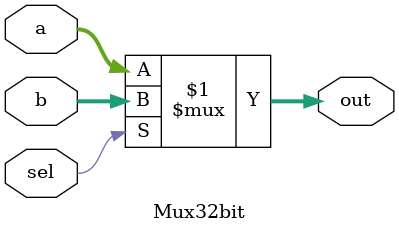
<source format=v>
`timescale 1ns / 1ps


module Control(
    input [6:0] opcode,
    output reg branch,
    output reg memRead,
    output reg memToReg,
    output reg [1:0] ALUop,
    output reg memWrite,
    output reg ALUsrc,
    output reg regWrite,
    output reg jump,
    output reg jumpReturn

);
    always @(*) begin
        case (opcode)
            // R-type
            7'b0110011: begin
                branch <= 1'b0;
                memRead <= 1'b0;
                memToReg <= 1'b0;
                ALUop <= 2'b10;
                memWrite <= 1'b0;
                ALUsrc <= 1'b0;
                regWrite <= 1'b1;
                jump <= 1'b0;
                jumpReturn <= 1'b0;
            end
            // I-type
            // lw
            7'b0000011: begin
                branch <= 1'b0;
                memRead <= 1'b1;
                memToReg <= 1'b1;
                ALUop <= 2'b00;
                memWrite <= 1'b0;
                ALUsrc <= 1'b1;
                regWrite <= 1'b1;
                jump <= 1'b0;
                jumpReturn <= 1'b0;
            end
            // addi, andi, slli, srli
            7'b0010011: begin
                branch <= 1'b0;
                memRead <= 1'b0;
                memToReg <= 1'b0;
                ALUop <= 2'b00;
                memWrite <= 1'b0;
                ALUsrc <= 1'b1;
                regWrite <= 1'b1;
                jump <= 1'b0;
                jumpReturn <= 1'b0;
            end
            // jalr
            7'b1100111: begin
                branch <= 1'b0;
                memRead <= 1'b0;
                memToReg <= 1'b0;
                ALUop <= 2'b00;
                memWrite <= 1'b0;
                ALUsrc <= 1'b1;
                regWrite <= 1'b1;
                jump <= 1'b0;
                jumpReturn <= 1'b1;
            end
            // S-type
            7'b0100011: begin
                branch <= 1'b0;
                memRead <= 1'b0;
                memToReg <= 1'b0;
                ALUop <= 2'b00;
                memWrite <= 1'b1;
                ALUsrc <= 1'b1;
                regWrite <= 1'b0;
                jump <= 1'b0;
                jumpReturn <= 1'b0;
            end
            // B-type
            7'b1100011: begin
                branch <= 1'b1;
                memRead <= 1'b0;
                memToReg <= 1'b0;
                ALUop <= 2'b01;
                memWrite <= 1'b0;
                ALUsrc <= 1'b0;
                regWrite <= 1'b0;
                jump <= 1'b0;
                jumpReturn <= 1'b0;
            end
            // J-type
            7'b1101111: begin
                branch <= 1'b0;
                memRead <= 1'b0;
                memToReg <= 1'b0;
                ALUop <= 2'b11;
                memWrite <= 1'b0;
                ALUsrc <= 1'b0;
                regWrite <= 1'b1;
                jump <= 1'b1;
                jumpReturn <= 1'b0;
            end
            default: begin
                branch <= 1'b0;
                memRead <= 1'b0;
                memToReg <= 1'b0;
                ALUop <= 2'b00;
                memWrite <= 1'b0;
                ALUsrc <= 1'b0;
                regWrite <= 1'b0;
                jump <= 1'b0;
                jumpReturn <= 1'b0;
            end
        endcase // opcode
    end
endmodule : Control

module ALUcontrol (
    input [3:0] instruction,
    input [1:0] ALUop,
    output reg [3:0] ALUctrl,
    output reg bne,
    output reg asByte,
    output reg asUnsigned
    
);
    always @(*) begin
        case (ALUop)
            2'b00: begin
                // andi
                if (instruction[2:0] == 3'b111) begin
                    ALUctrl <= 4'b0000;
                    bne <= 1'b0;
                    asByte <= 1'b0;
                    asUnsigned <= 1'b0;
                end
                // slli
                else if (instruction[2:0] == 3'b001) begin
                    ALUctrl <= 4'b0011;
                    bne <= 1'b0;
                    asByte <= 1'b0;
                    asUnsigned <= 1'b0;
                end
                // srli
                else if (instruction[2:0] == 3'b101) begin
                    ALUctrl <= 4'b0111;
                    bne <= 1'b0;
                    asByte <= 1'b0;
                    asUnsigned <= 1'b0;
                end
                // lb, sb
                else if (instruction[2:0] == 3'b000) begin
                    ALUctrl <= 4'b0010;
                    bne <= 1'b0;
                    asByte <= 1'b1;
                    asUnsigned <= 1'b0;
                end
                // lbu
                else if (instruction[2:0] == 3'b100) begin
                    ALUctrl <= 4'b0010;
                    bne <= 1'b0;
                    asByte <= 1'b1;
                    asUnsigned <= 1'b1;
                end
                // lw, sw, addi, jalr
                else begin
                    ALUctrl <= 4'b0010;
                    bne <= 1'b0;
                    asByte <= 1'b0;
                    asUnsigned <= 1'b0;
                end
            end
            2'b01: begin
                if (instruction[2:0] == 3'b000) begin
                    ALUctrl <= 4'b0110;
                    bne <= 1'b0;
                    asByte <= 1'b0;
                    asUnsigned <= 1'b0;
                end
                else if (instruction[2:0] == 3'b001) begin
                    ALUctrl <= 4'b0110;
                    bne <= 1'b1;
                    asByte <= 1'b0;
                    asUnsigned <= 1'b0;
                end
                else begin
                    ALUctrl <= 4'b0000;
                    bne <= 1'b0;
                    asByte <= 1'b0;
                    asUnsigned <= 1'b0;
                end
            end
            2'b10: begin
                // add
                if (instruction[2:0] == 3'b000 && instruction[3] == 1'b0) begin
                    ALUctrl <= 4'b0010;
                    bne <= 1'b0;
                    asByte <= 1'b0;
                    asUnsigned <= 1'b0;
                end
                // sub
                else if (instruction[2:0] == 3'b000 && instruction[3] == 1'b1) begin
                    ALUctrl <= 4'b0110;
                    bne <= 1'b0;
                    asByte <= 1'b0;
                    asUnsigned <= 1'b0;
                end
                // and
                else if (instruction[2:0] == 3'b111) begin
                    ALUctrl <= 4'b0000;
                    bne <= 1'b0;
                    asByte <= 1'b0;
                    asUnsigned <= 1'b0;
                end
                // or
                else if (instruction[2:0] == 3'b110) begin
                    ALUctrl <= 4'b0001;
                    bne <= 1'b0;
                    asByte <= 1'b0;
                    asUnsigned <= 1'b0;
                end
                // sll
                else if (instruction[2:0] == 3'b001) begin
                    ALUctrl <= 4'b0011;
                    bne <= 1'b0;
                    asByte <= 1'b0;
                    asUnsigned <= 1'b0;
                end
                // srl
                else if (instruction[2:0] == 3'b101 && instruction[3] == 1'b0) begin
                    ALUctrl <= 4'b0111;
                    bne <= 1'b0;
                    asByte <= 1'b0;
                    asUnsigned <= 1'b0;
                end
                // sra
                else if (instruction[2:0] == 3'b101 && instruction[3] == 1'b1) begin
                    ALUctrl <= 4'b1000;
                    bne <= 1'b0;
                    asByte <= 1'b0;
                    asUnsigned <= 1'b0;
                end
                else begin
                    ALUctrl <= 4'b0000;
                    bne <= 1'b0;
                    asByte <= 1'b0;
                    asUnsigned <= 1'b0;
                end
            end
            2'b11: begin
                    ALUctrl <= 4'b0000;
                    bne <= 1'b0;
                    asByte <= 1'b0;
                    asUnsigned <= 1'b0;
            end
            default: begin
                ALUctrl <= 4'b0000;
                bne <= 1'b0;
                asByte <= 1'b0;
                asUnsigned <= 1'b0;
            end
        endcase
    end
endmodule : ALUcontrol

module Mux32bit (
    input [31:0] a,
    input [31:0] b,
    input sel,
    output [31:0] out
    
);
    assign out = (sel)? b: a;
endmodule : Mux32bit
</source>
